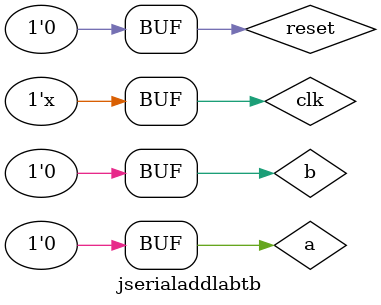
<source format=v>
module jserialaddertb;
  wire [3:0]y;
  wire carryout,isValid;
  wire currentsum, currentcarryout;
  wire [1:0]currentbitcount;
  reg clk, rst;
  reg a,b,carryin;
  
  reg [3:0]A,B;// temporary variables to ease the testing

  integer timeLapsed;
  integer i;

  jserialadder jsa(y,carryout,isValid,currentsum,currentcarryout,currentbitcount,clk,rst,a,b,carryin);
  //always #5 clk = ~clk;// THIS can NOT be done as we have to control the inputs with the clock
  
  initial
  begin
    // The general concept of testing is to put the block of statement within the clock change
		$display("INITIALIZING");
		timeLapsed = 0;
		i = 0;
    a = 0; b = 0; carryin = 0; A = 0; B = 0; // donot have "x" values, it is most confusing :-)
    // First time initialization
    // Always reset the adder before starting addition
    #10; clk = 0; rst = 1; #10; clk =1 ; #10; clk = 0 ; rst =0; #10; // Reset the adder
    timeLapsed = timeLapsed + 40;
		$display("\nTESTING");
    $display("RSLT\tTIME(ns)\ta A\tb B\tCYIN\t\tCYOUT\tSUM\tISVALID\t\tBITT\tCCRY\tCSUM");

    //$display("NEXT Reset");
    a = 0; b = 0; carryin = 0; A = 0; B = 0; // donot have "x" values, it is most confusing :-)
    // Always reset the adder before starting addition
    #10; clk = 0; rst = 1; #10; clk =1 ; #10; clk = 0 ; rst =0; #10; // Reset the adder
    timeLapsed = timeLapsed + 40;
    $display("Reset\t%d\t%d\t%d\t%d\t=\t%d\t%d\t%d\t\t%d\t%d\t%d",timeLapsed,a,b,carryin,carryout,y,isValid,currentbitcount,currentcarryout,currentsum);
    A = 5; B =5; carryin = 0; // Set the inputs
    i = 0;
    clk = 0; #10; a = A[i]; b = B[i]; #10; clk = 1; #10; // Set inputs enable clock
    timeLapsed = timeLapsed + 30;
    $display("BitN\t%d\t%d\t%d\t%d\t=\t%d\t%d\t%d\t\t%d\t%d\t%d",timeLapsed,a,b,carryin,carryout,y,isValid,currentbitcount,currentcarryout,currentsum);
    i = 1;
    clk = 0; #10; a = A[i]; b = B[i]; #10; clk = 1; #10; // Set inputs enable clock
    timeLapsed = timeLapsed + 30;
    $display("BitN\t%d\t%d\t%d\t%d\t=\t%d\t%d\t%d\t\t%d\t%d\t%d",timeLapsed,a,b,carryin,carryout,y,isValid,currentbitcount,currentcarryout,currentsum);
    i = 2;
    clk = 0; #10; a = A[i]; b = B[i]; #10; clk = 1; #10; // Set inputs enable clock
    timeLapsed = timeLapsed + 30;
    $display("BitN\t%d\t%d\t%d\t%d\t=\t%d\t%d\t%d\t\t%d\t%d\t%d",timeLapsed,a,b,carryin,carryout,y,isValid,currentbitcount,currentcarryout,currentsum);
    i = 3;
    clk = 0; #10; a = A[i]; b = B[i]; #10; clk = 1; #10; // Set inputs enable clock
    timeLapsed = timeLapsed + 30;
    $display("BitN\t%d\t%d\t%d\t%d\t=\t%d\t%d\t%d\t\t%d\t%d\t%d",timeLapsed,a,b,carryin,carryout,y,isValid,currentbitcount,currentcarryout,currentsum);

    clk = 0; #10; clk = 1; #10; // Extra clock since it is a serial adder
    timeLapsed = timeLapsed + 20;
    if ( (carryout == 0 ) && (y === 10))
      $display("PASS==>\t%d\t%d\t%d\t%d\t=\t%d\t%d\t%d\t\t%d==>",timeLapsed,A,B,carryin,carryout,y,isValid,currentbitcount);
    else
      $display("FAIL==>\t%d\t%d\t%d\t%d\t=\t%d\t%d\t%d\t\t%d==>",timeLapsed,A,B,carryin,carryout,y,isValid,currentbitcount);
    
    a = 0; b = 0; carryin = 0; A = 0; B = 0; // donot have "x" values, it is most confusing :-)
    // Always reset the adder before starting addition
    #10; clk = 0; rst = 1; #10; clk =1 ; #10; clk = 0 ; rst =0; #10; // Reset the adder
    timeLapsed = timeLapsed + 40;
    $display("Reset\t%d\t%d\t%d\t%d\t=\t%d\t%d\t%d\t\t%d\t%d\t%d",timeLapsed,a,b,carryin,carryout,y,isValid,currentbitcount,currentcarryout,currentsum);
    A = 10; B = 5; carryin = 0; // Set the inputs
    i = 0;
    clk = 0; #10; a = A[i]; b = B[i]; #10; clk = 1; #10; // Set inputs enable clock
    timeLapsed = timeLapsed + 30;
    $display("BitN\t%d\t%d\t%d\t%d\t=\t%d\t%d\t%d\t\t%d\t%d\t%d",timeLapsed,a,b,carryin,carryout,y,isValid,currentbitcount,currentcarryout,currentsum);
    i = 1;
    clk = 0; #10; a = A[i]; b = B[i]; #10; clk = 1; #10; // Set inputs enable clock
    timeLapsed = timeLapsed + 30;
    $display("BitN\t%d\t%d\t%d\t%d\t=\t%d\t%d\t%d\t\t%d\t%d\t%d",timeLapsed,a,b,carryin,carryout,y,isValid,currentbitcount,currentcarryout,currentsum);
    i = 2;
    clk = 0; #10; a = A[i]; b = B[i]; #10; clk = 1; #10; // Set inputs enable clock
    timeLapsed = timeLapsed + 30;
    $display("BitN\t%d\t%d\t%d\t%d\t=\t%d\t%d\t%d\t\t%d\t%d\t%d",timeLapsed,a,b,carryin,carryout,y,isValid,currentbitcount,currentcarryout,currentsum);
    i = 3;
    clk = 0; #10; a = A[i]; b = B[i]; #10; clk = 1; #10; // Set inputs enable clock
    timeLapsed = timeLapsed + 30;
    $display("BitN\t%d\t%d\t%d\t%d\t=\t%d\t%d\t%d\t\t%d\t%d\t%d",timeLapsed,a,b,carryin,carryout,y,isValid,currentbitcount,currentcarryout,currentsum);
    
    clk = 0; #10; clk = 1; #10; // Extra clock since it is a serial adder
    timeLapsed = timeLapsed + 20;
    if ( (carryout == 0 ) && (y === 15))
      $display("PASS==>\t%d\t%d\t%d\t%d\t=\t%d\t%d\t%d\t\t%d==>",timeLapsed,A,B,carryin,carryout,y,isValid,currentbitcount);
    else
      $display("FAIL==>\t%d\t%d\t%d\t%d\t=\t%d\t%d\t%d\t\t%d==>",timeLapsed,A,B,carryin,carryout,y,isValid,currentbitcount);
    
    a = 0; b = 0; carryin = 0; A = 0; B = 0; // donot have "x" values, it is most confusing :-)
    // Always reset the adder before starting addition
    #10; clk = 0; rst = 1; #10; clk =1 ; #10; clk = 0 ; rst =0; #10; // Reset the adder
    timeLapsed = timeLapsed + 40;
    $display("Reset\t%d\t%d\t%d\t%d\t=\t%d\t%d\t%d\t\t%d\t%d\t%d",timeLapsed,a,b,carryin,carryout,y,isValid,currentbitcount,currentcarryout,currentsum);
    A = 6; B = 10; carryin = 0; // Set the inputs
    i = 0;
    clk = 0; #10; a = A[i]; b = B[i]; #10; clk = 1; #10; // Set inputs enable clock
    timeLapsed = timeLapsed + 30;
    $display("BitN\t%d\t%d\t%d\t%d\t=\t%d\t%d\t%d\t\t%d\t%d\t%d",timeLapsed,a,b,carryin,carryout,y,isValid,currentbitcount,currentcarryout,currentsum);
    i = 1;
    clk = 0; #10; a = A[i]; b = B[i]; #10; clk = 1; #10; // Set inputs enable clock
    timeLapsed = timeLapsed + 30;
    $display("BitN\t%d\t%d\t%d\t%d\t=\t%d\t%d\t%d\t\t%d\t%d\t%d",timeLapsed,a,b,carryin,carryout,y,isValid,currentbitcount,currentcarryout,currentsum);
    i = 2;
    clk = 0; #10; a = A[i]; b = B[i]; #10; clk = 1; #10; // Set inputs enable clock
    timeLapsed = timeLapsed + 30;
    $display("BitN\t%d\t%d\t%d\t%d\t=\t%d\t%d\t%d\t\t%d\t%d\t%d",timeLapsed,a,b,carryin,carryout,y,isValid,currentbitcount,currentcarryout,currentsum);
    i = 3;
    clk = 0; #10; a = A[i]; b = B[i]; #10; clk = 1; #10; // Set inputs enable clock
    timeLapsed = timeLapsed + 30;
    $display("BitN\t%d\t%d\t%d\t%d\t=\t%d\t%d\t%d\t\t%d\t%d\t%d",timeLapsed,a,b,carryin,carryout,y,isValid,currentbitcount,currentcarryout,currentsum);
    
    clk = 0; #10; clk = 1; #10; // Extra clock since it is a serial adder
    timeLapsed = timeLapsed + 20;
    if ( (carryout == 1 ) && (y === 0))
      $display("PASS==>\t%d\t%d\t%d\t%d\t=\t%d\t%d\t%d\t\t%d==>",timeLapsed,A,B,carryin,carryout,y,isValid,currentbitcount);
    else
      $display("FAIL==>\t%d\t%d\t%d\t%d\t=\t%d\t%d\t%d\t\t%d==>",timeLapsed,A,B,carryin,carryout,y,isValid,currentbitcount);
    
    a = 0; b = 0; carryin = 0; A = 0; B = 0; // donot have "x" values, it is most confusing :-)
    // Always reset the adder before starting addition
    #10; clk = 0; rst = 1; #10; clk =1 ; #10; clk = 0 ; rst =0; #10; // Reset the adder
    timeLapsed = timeLapsed + 40;
    $display("Reset\t%d\t%d\t%d\t%d\t=\t%d\t%d\t%d\t\t%d\t%d\t%d",timeLapsed,a,b,carryin,carryout,y,isValid,currentbitcount,currentcarryout,currentsum);
    A = 15; B = 15; carryin = 0; // Set the inputs
    i = 0;
    clk = 0; #10; a = A[i]; b = B[i]; #10; clk = 1; #10; // Set inputs enable clock
    timeLapsed = timeLapsed + 30;
    $display("BitN\t%d\t%d\t%d\t%d\t=\t%d\t%d\t%d\t\t%d\t%d\t%d",timeLapsed,a,b,carryin,carryout,y,isValid,currentbitcount,currentcarryout,currentsum);
    i = 1;
    clk = 0; #10; a = A[i]; b = B[i]; #10; clk = 1; #10; // Set inputs enable clock
    timeLapsed = timeLapsed + 30;
    $display("BitN\t%d\t%d\t%d\t%d\t=\t%d\t%d\t%d\t\t%d\t%d\t%d",timeLapsed,a,b,carryin,carryout,y,isValid,currentbitcount,currentcarryout,currentsum);
    i = 2;
    clk = 0; #10; a = A[i]; b = B[i]; #10; clk = 1; #10; // Set inputs enable clock
    timeLapsed = timeLapsed + 30;
    $display("BitN\t%d\t%d\t%d\t%d\t=\t%d\t%d\t%d\t\t%d\t%d\t%d",timeLapsed,a,b,carryin,carryout,y,isValid,currentbitcount,currentcarryout,currentsum);
    i = 3;
    clk = 0; #10; a = A[i]; b = B[i]; #10; clk = 1; #10; // Set inputs enable clock
    timeLapsed = timeLapsed + 30;
    $display("BitN\t%d\t%d\t%d\t%d\t=\t%d\t%d\t%d\t\t%d\t%d\t%d",timeLapsed,a,b,carryin,carryout,y,isValid,currentbitcount,currentcarryout,currentsum);
    
    clk = 0; #10; clk = 1; #10; // Extra clock since it is a serial adder
    timeLapsed = timeLapsed + 20;
    if ( (carryout == 1 ) && (y === 14))
      $display("PASS==>\t%d\t%d\t%d\t%d\t=\t%d\t%d\t%d\t\t%d==>",timeLapsed,A,B,carryin,carryout,y,isValid,currentbitcount);
    else
      $display("FAIL==>\t%d\t%d\t%d\t%d\t=\t%d\t%d\t%d\t\t%d==>",timeLapsed,A,B,carryin,carryout,y,isValid,currentbitcount);
    
  end
  
endmodule

// Below is the test module for the lab provided code
module jserialaddlabtb;
  reg clk, reset, a, b;
  wire sum, carry, cout;
  wire [2:0] count;
  wire [3:0] so;
  
  jserialaddlab jslab(a,b,clk,reset,sum,carry,cout,count,so);
  
  initial
  begin
    clk=1;reset=1;
    a=0; b=0;
    #10;
    reset=0;
    // Now send a = 0101 and b = 1010
    a=1;b=0;
    #10;
    a=0;b=1;
    #10;
    a=1;b=0;
    #10;
    a=0;b=1;
    #10;
    // After four cycles the reset should be out
    // check for 5 + 10 = 15 i.e. y = 1111 and carry = 0
    
    // Now send a = 0100 and b = 0110
    a=0;b=0;
    #10
    a=0;b=1;
    #10;
    a=1;b=1;
    #10
    a=0;b=0;
    #10;
    // After four cycles the reset should be out
    // check for 4 + 6 = 10 i.e. y = 1010 and carry = 0
    #100;
    #10;
    // why would the above line not break
    #10;
  end
  
  always #5 clk=~clk;
  always @(posedge clk)
  begin
    if(count == 3'b100)
      $display("The carry and sum are = %d %d", carry, so);
  end
  
endmodule
</source>
